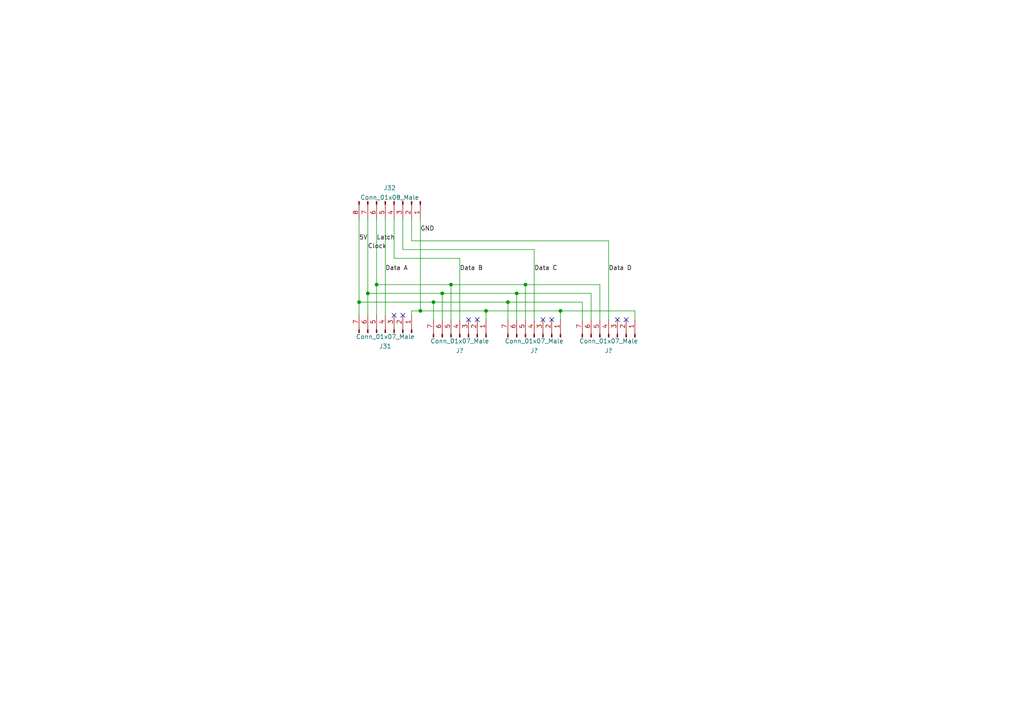
<source format=kicad_sch>
(kicad_sch (version 20211123) (generator eeschema)
  (paper "A4")
  (lib_symbols
    (symbol "Connector:Conn_01x07_Male" (pin_names (offset 1.016) hide)
      (property "Reference" "J" (at 0 10.16 0))
      (property "Value" "Conn_01x07_Male" (at 0 -10.16 0))
      (symbol "Conn_01x07_Male_1_1"
        (polyline (pts (xy 1.27 -7.62) (xy 0.8636 -7.62)) (stroke (width 0.1524)))
        (polyline (pts (xy 1.27 -5.08) (xy 0.8636 -5.08)) (stroke (width 0.1524)))
        (polyline (pts (xy 1.27 -2.54) (xy 0.8636 -2.54)) (stroke (width 0.1524)))
        (polyline (pts (xy 1.27 0) (xy 0.8636 0)) (stroke (width 0.1524)))
        (polyline (pts (xy 1.27 2.54) (xy 0.8636 2.54)) (stroke (width 0.1524)))
        (polyline (pts (xy 1.27 5.08) (xy 0.8636 5.08)) (stroke (width 0.1524)))
        (polyline (pts (xy 1.27 7.62) (xy 0.8636 7.62)) (stroke (width 0.1524)))
        (rectangle (start 0.8636 -7.493) (end 0 -7.747) (stroke (width 0.1524)) (fill (type outline)))
        (rectangle (start 0.8636 -4.953) (end 0 -5.207) (stroke (width 0.1524)) (fill (type outline)))
        (rectangle (start 0.8636 -2.413) (end 0 -2.667) (stroke (width 0.1524)) (fill (type outline)))
        (rectangle (start 0.8636 0.127) (end 0 -0.127) (stroke (width 0.1524)) (fill (type outline)))
        (rectangle (start 0.8636 2.667) (end 0 2.413) (stroke (width 0.1524)) (fill (type outline)))
        (rectangle (start 0.8636 5.207) (end 0 4.953) (stroke (width 0.1524)) (fill (type outline)))
        (rectangle (start 0.8636 7.747) (end 0 7.493) (stroke (width 0.1524)) (fill (type outline)))
        (pin passive line (at 5.08 7.62 180) (length 3.81) (name "Pin_1") (number "1"))
        (pin passive line (at 5.08 5.08 180) (length 3.81) (name "Pin_2") (number "2"))
        (pin passive line (at 5.08 2.54 180) (length 3.81) (name "Pin_3") (number "3"))
        (pin passive line (at 5.08 0 180) (length 3.81) (name "Pin_4") (number "4"))
        (pin passive line (at 5.08 -2.54 180) (length 3.81) (name "Pin_5") (number "5"))
        (pin passive line (at 5.08 -5.08 180) (length 3.81) (name "Pin_6") (number "6"))
        (pin passive line (at 5.08 -7.62 180) (length 3.81) (name "Pin_7") (number "7"))
      )
    )
    (symbol "Connector:Conn_01x08_Male" (pin_names (offset 1.016) hide)
      (property "Reference" "J" (at 0 10.16 0))
      (property "Value" "Conn_01x08_Male" (at 0 -12.7 0))
      (symbol "Conn_01x08_Male_1_1"
        (polyline (pts (xy 1.27 -10.16) (xy 0.8636 -10.16)) (stroke (width 0.1524)))
        (polyline (pts (xy 1.27 -7.62) (xy 0.8636 -7.62)) (stroke (width 0.1524)))
        (polyline (pts (xy 1.27 -5.08) (xy 0.8636 -5.08)) (stroke (width 0.1524)))
        (polyline (pts (xy 1.27 -2.54) (xy 0.8636 -2.54)) (stroke (width 0.1524)))
        (polyline (pts (xy 1.27 0) (xy 0.8636 0)) (stroke (width 0.1524)))
        (polyline (pts (xy 1.27 2.54) (xy 0.8636 2.54)) (stroke (width 0.1524)))
        (polyline (pts (xy 1.27 5.08) (xy 0.8636 5.08)) (stroke (width 0.1524)))
        (polyline (pts (xy 1.27 7.62) (xy 0.8636 7.62)) (stroke (width 0.1524)))
        (rectangle (start 0.8636 -10.033) (end 0 -10.287) (stroke (width 0.1524)) (fill (type outline)))
        (rectangle (start 0.8636 -7.493) (end 0 -7.747) (stroke (width 0.1524)) (fill (type outline)))
        (rectangle (start 0.8636 -4.953) (end 0 -5.207) (stroke (width 0.1524)) (fill (type outline)))
        (rectangle (start 0.8636 -2.413) (end 0 -2.667) (stroke (width 0.1524)) (fill (type outline)))
        (rectangle (start 0.8636 0.127) (end 0 -0.127) (stroke (width 0.1524)) (fill (type outline)))
        (rectangle (start 0.8636 2.667) (end 0 2.413) (stroke (width 0.1524)) (fill (type outline)))
        (rectangle (start 0.8636 5.207) (end 0 4.953) (stroke (width 0.1524)) (fill (type outline)))
        (rectangle (start 0.8636 7.747) (end 0 7.493) (stroke (width 0.1524)) (fill (type outline)))
        (pin passive line (at 5.08 7.62 180) (length 3.81) (name "Pin_1") (number "1"))
        (pin passive line (at 5.08 5.08 180) (length 3.81) (name "Pin_2") (number "2"))
        (pin passive line (at 5.08 2.54 180) (length 3.81) (name "Pin_3") (number "3"))
        (pin passive line (at 5.08 0 180) (length 3.81) (name "Pin_4") (number "4"))
        (pin passive line (at 5.08 -2.54 180) (length 3.81) (name "Pin_5") (number "5"))
        (pin passive line (at 5.08 -5.08 180) (length 3.81) (name "Pin_6") (number "6"))
        (pin passive line (at 5.08 -7.62 180) (length 3.81) (name "Pin_7") (number "7"))
        (pin passive line (at 5.08 -10.16 180) (length 3.81) (name "Pin_8") (number "8"))
      )
    )
  )
  (junction (at 125.73 87.63))
  (junction (at 121.92 90.17))
  (junction (at 152.4 82.55))
  (junction (at 149.86 85.09))
  (junction (at 147.32 87.63))
  (junction (at 109.22 82.55))
  (junction (at 106.68 85.09))
  (junction (at 104.14 87.63))
  (junction (at 128.27 85.09))
  (junction (at 162.56 90.17))
  (junction (at 130.81 82.55))
  (junction (at 140.97 90.17))
  (no_connect (at 138.43 92.71))
  (no_connect (at 157.48 92.71))
  (no_connect (at 181.61 92.71))
  (no_connect (at 135.89 92.71))
  (no_connect (at 160.02 92.71))
  (no_connect (at 114.3 91.44))
  (no_connect (at 116.84 91.44))
  (no_connect (at 179.07 92.71))
  (wire (pts (xy 140.97 90.17) (xy 162.56 90.17)))
  (wire (pts (xy 154.94 72.39) (xy 154.94 92.71)))
  (wire (pts (xy 116.84 72.39) (xy 154.94 72.39)))
  (wire (pts (xy 106.68 85.09) (xy 128.27 85.09)))
  (wire (pts (xy 125.73 92.71) (xy 125.73 87.63)))
  (wire (pts (xy 147.32 87.63) (xy 147.32 92.71)))
  (wire (pts (xy 119.38 91.44) (xy 119.38 90.17)))
  (wire (pts (xy 114.3 74.93) (xy 133.35 74.93)))
  (wire (pts (xy 121.92 90.17) (xy 121.92 63.5)))
  (wire (pts (xy 171.45 85.09) (xy 171.45 92.71)))
  (wire (pts (xy 149.86 85.09) (xy 149.86 92.71)))
  (wire (pts (xy 152.4 82.55) (xy 173.99 82.55)))
  (wire (pts (xy 119.38 63.5) (xy 119.38 69.85)))
  (wire (pts (xy 109.22 82.55) (xy 109.22 91.44)))
  (wire (pts (xy 104.14 87.63) (xy 125.73 87.63)))
  (wire (pts (xy 140.97 90.17) (xy 140.97 92.71)))
  (wire (pts (xy 125.73 87.63) (xy 147.32 87.63)))
  (wire (pts (xy 116.84 63.5) (xy 116.84 72.39)))
  (wire (pts (xy 162.56 90.17) (xy 162.56 92.71)))
  (wire (pts (xy 173.99 82.55) (xy 173.99 92.71)))
  (wire (pts (xy 104.14 87.63) (xy 104.14 91.44)))
  (wire (pts (xy 111.76 63.5) (xy 111.76 91.44)))
  (wire (pts (xy 176.53 69.85) (xy 176.53 92.71)))
  (wire (pts (xy 133.35 74.93) (xy 133.35 92.71)))
  (wire (pts (xy 149.86 85.09) (xy 171.45 85.09)))
  (wire (pts (xy 128.27 85.09) (xy 128.27 92.71)))
  (wire (pts (xy 104.14 63.5) (xy 104.14 87.63)))
  (wire (pts (xy 130.81 82.55) (xy 130.81 92.71)))
  (wire (pts (xy 114.3 63.5) (xy 114.3 74.93)))
  (wire (pts (xy 130.81 82.55) (xy 152.4 82.55)))
  (wire (pts (xy 119.38 69.85) (xy 176.53 69.85)))
  (wire (pts (xy 119.38 90.17) (xy 121.92 90.17)))
  (wire (pts (xy 121.92 90.17) (xy 140.97 90.17)))
  (wire (pts (xy 106.68 85.09) (xy 106.68 91.44)))
  (wire (pts (xy 106.68 63.5) (xy 106.68 85.09)))
  (wire (pts (xy 109.22 82.55) (xy 130.81 82.55)))
  (wire (pts (xy 128.27 85.09) (xy 149.86 85.09)))
  (wire (pts (xy 152.4 82.55) (xy 152.4 92.71)))
  (wire (pts (xy 147.32 87.63) (xy 168.91 87.63)))
  (wire (pts (xy 162.56 90.17) (xy 184.15 90.17)))
  (wire (pts (xy 184.15 90.17) (xy 184.15 92.71)))
  (wire (pts (xy 168.91 87.63) (xy 168.91 92.71)))
  (wire (pts (xy 109.22 63.5) (xy 109.22 82.55)))
  (label "Clock" (at 106.68 72.39 0))
  (label "Data C" (at 154.94 78.74 0))
  (label "Data B" (at 133.35 78.74 0))
  (label "Data A" (at 111.76 78.74 0))
  (label "GND" (at 121.92 67.31 0))
  (label "5V" (at 104.14 69.85 0))
  (label "Latch" (at 109.22 69.85 0))
  (label "Data D" (at 176.53 78.74 0))
  (symbol (lib_id "Connector:Conn_01x07_Male") (at 176.53 97.79 270) (mirror x) (unit 1)
    (property "Reference" "J?" (at 176.53 101.7057 90))
    (property "Value" "Conn_01x07_Male" (at 176.53 98.9306 90))
    (property "Footprint" "SamacSys_Parts:SNES Controller Port" (effects hide))
  )
  (symbol (lib_id "Connector:Conn_01x08_Male") (at 114.3 58.42 270) (unit 1)
    (property "Reference" "J32" (at 113.03 54.5043 90))
    (property "Value" "Conn_01x08_Male" (at 113.03 57.2794 90))
    (property "Footprint" "Connector_PinHeader_2.54mm:PinHeader_1x08_P2.54mm_Vertical" (effects hide))
  )
  (symbol (lib_id "Connector:Conn_01x07_Male") (at 154.94 97.79 270) (mirror x) (unit 1)
    (property "Reference" "J?" (at 154.94 101.7057 90))
    (property "Value" "Conn_01x07_Male" (at 154.94 98.9306 90))
    (property "Footprint" "SamacSys_Parts:SNES Controller Port" (effects hide))
  )
  (symbol (lib_id "Connector:Conn_01x07_Male") (at 133.35 97.79 270) (mirror x) (unit 1)
    (property "Reference" "J?" (at 133.35 101.7057 90))
    (property "Value" "Conn_01x07_Male" (at 133.35 98.9306 90))
    (property "Footprint" "SamacSys_Parts:SNES Controller Port" (effects hide))
  )
  (symbol (lib_id "Connector:Conn_01x07_Male") (at 111.76 96.52 270) (mirror x) (unit 1)
    (property "Reference" "J31" (at 111.76 100.4357 90))
    (property "Value" "Conn_01x07_Male" (at 111.76 97.6606 90))
    (property "Footprint" "SamacSys_Parts:SNES Controller Port" (effects hide))
  )
)
</source>
